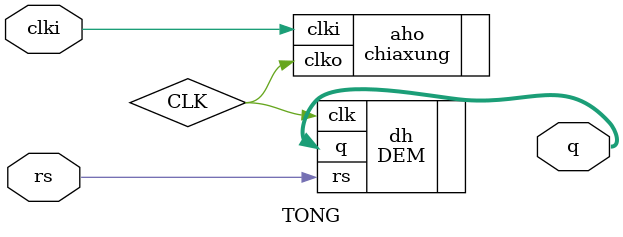
<source format=v>
`timescale 1ns / 1ps
module TONG(
input clki,
input rs, 
output [3:0]q 
    );
wire CLK;
chiaxung aho(.clki(clki),.clko(CLK));
DEM dh(.clk(CLK),.rs(rs),.q(q));
endmodule

</source>
